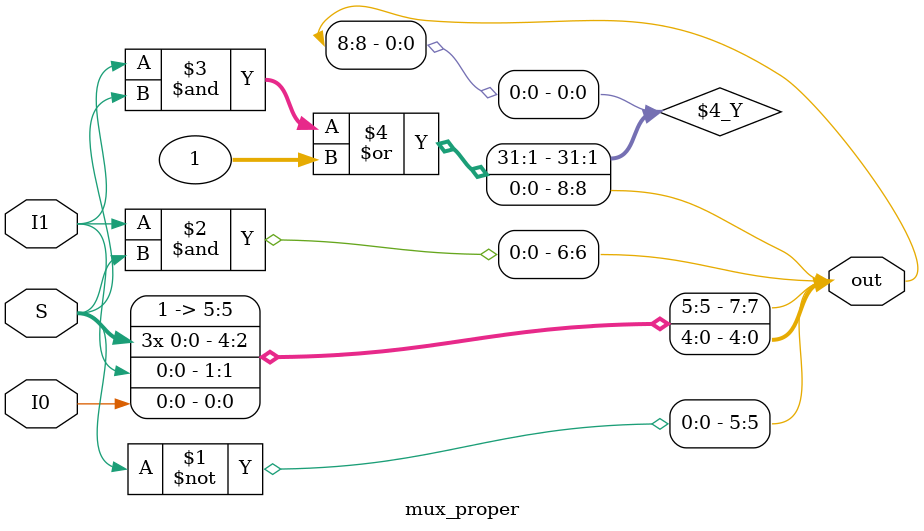
<source format=v>
`timescale 1ns / 1ps
module mux_proper(S,I0,I1,out);
	input S, I0, I1;
	output [8:0] out;
	assign out[0] = I0;
	assign out[1] = I1;
	assign out[2] = S;
	assign out[3] = S;
	assign out[4] = S;
	assign out[5] = ~S;
	assign out[6] = I1 & S;
	assign out[7] = 1;
	assign out[8] = (I1 & S) | (1);

endmodule

</source>
